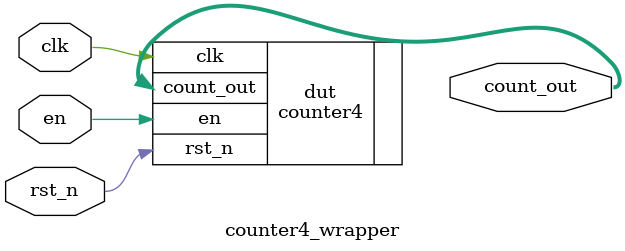
<source format=v>
module counter4_wrapper (
  input  wire        clk,
  input  wire        rst_n,
  input  wire        en,
  output wire [3:0]  count_out
);

  // Gọi module DUT (counter4) trực tiếp, không register lại tín hiệu clock/reset/en
  counter4 dut (
    .clk       (clk),
    .rst_n     (rst_n),
    .en        (en),
    .count_out (count_out)
  );

endmodule

</source>
